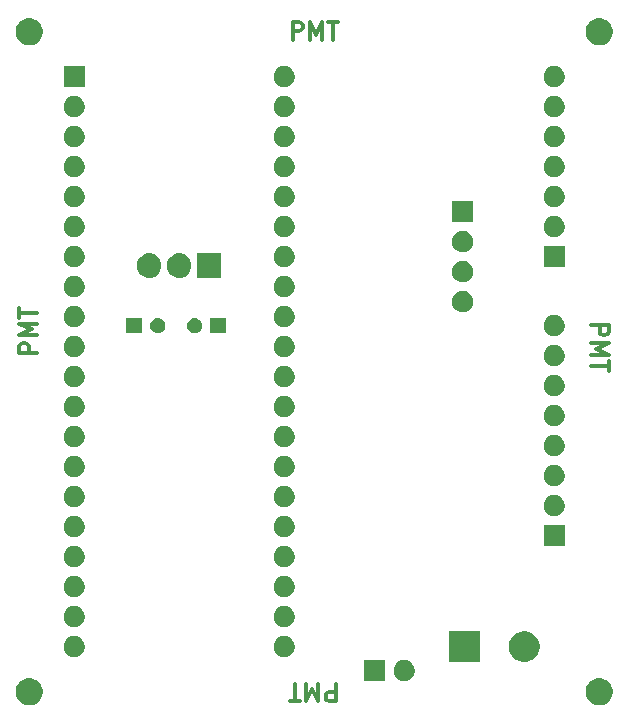
<source format=gts>
G04 #@! TF.GenerationSoftware,KiCad,Pcbnew,(5.1.5)-3*
G04 #@! TF.CreationDate,2020-03-20T23:13:36-05:00*
G04 #@! TF.ProjectId,PMT_PCB,504d545f-5043-4422-9e6b-696361645f70,rev?*
G04 #@! TF.SameCoordinates,Original*
G04 #@! TF.FileFunction,Soldermask,Top*
G04 #@! TF.FilePolarity,Negative*
%FSLAX46Y46*%
G04 Gerber Fmt 4.6, Leading zero omitted, Abs format (unit mm)*
G04 Created by KiCad (PCBNEW (5.1.5)-3) date 2020-03-20 23:13:36*
%MOMM*%
%LPD*%
G04 APERTURE LIST*
%ADD10C,0.300000*%
%ADD11C,0.100000*%
G04 APERTURE END LIST*
D10*
X117518571Y-84371428D02*
X116018571Y-84371428D01*
X116018571Y-83800000D01*
X116090000Y-83657142D01*
X116161428Y-83585714D01*
X116304285Y-83514285D01*
X116518571Y-83514285D01*
X116661428Y-83585714D01*
X116732857Y-83657142D01*
X116804285Y-83800000D01*
X116804285Y-84371428D01*
X117518571Y-82871428D02*
X116018571Y-82871428D01*
X117090000Y-82371428D01*
X116018571Y-81871428D01*
X117518571Y-81871428D01*
X116018571Y-81371428D02*
X116018571Y-80514285D01*
X117518571Y-80942857D02*
X116018571Y-80942857D01*
X142791428Y-112351428D02*
X142791428Y-113851428D01*
X142220000Y-113851428D01*
X142077142Y-113780000D01*
X142005714Y-113708571D01*
X141934285Y-113565714D01*
X141934285Y-113351428D01*
X142005714Y-113208571D01*
X142077142Y-113137142D01*
X142220000Y-113065714D01*
X142791428Y-113065714D01*
X141291428Y-112351428D02*
X141291428Y-113851428D01*
X140791428Y-112780000D01*
X140291428Y-113851428D01*
X140291428Y-112351428D01*
X139791428Y-113851428D02*
X138934285Y-113851428D01*
X139362857Y-112351428D02*
X139362857Y-113851428D01*
X164421428Y-81998571D02*
X165921428Y-81998571D01*
X165921428Y-82570000D01*
X165850000Y-82712857D01*
X165778571Y-82784285D01*
X165635714Y-82855714D01*
X165421428Y-82855714D01*
X165278571Y-82784285D01*
X165207142Y-82712857D01*
X165135714Y-82570000D01*
X165135714Y-81998571D01*
X164421428Y-83498571D02*
X165921428Y-83498571D01*
X164850000Y-83998571D01*
X165921428Y-84498571D01*
X164421428Y-84498571D01*
X165921428Y-84998571D02*
X165921428Y-85855714D01*
X164421428Y-85427142D02*
X165921428Y-85427142D01*
X139148571Y-57828571D02*
X139148571Y-56328571D01*
X139720000Y-56328571D01*
X139862857Y-56400000D01*
X139934285Y-56471428D01*
X140005714Y-56614285D01*
X140005714Y-56828571D01*
X139934285Y-56971428D01*
X139862857Y-57042857D01*
X139720000Y-57114285D01*
X139148571Y-57114285D01*
X140648571Y-57828571D02*
X140648571Y-56328571D01*
X141148571Y-57400000D01*
X141648571Y-56328571D01*
X141648571Y-57828571D01*
X142148571Y-56328571D02*
X143005714Y-56328571D01*
X142577142Y-57828571D02*
X142577142Y-56328571D01*
D11*
G36*
X165324549Y-111901116D02*
G01*
X165435734Y-111923232D01*
X165645203Y-112009997D01*
X165833720Y-112135960D01*
X165994040Y-112296280D01*
X166120003Y-112484797D01*
X166206768Y-112694266D01*
X166251000Y-112916636D01*
X166251000Y-113143364D01*
X166206768Y-113365734D01*
X166120003Y-113575203D01*
X165994040Y-113763720D01*
X165833720Y-113924040D01*
X165645203Y-114050003D01*
X165435734Y-114136768D01*
X165324549Y-114158884D01*
X165213365Y-114181000D01*
X164986635Y-114181000D01*
X164875451Y-114158884D01*
X164764266Y-114136768D01*
X164554797Y-114050003D01*
X164366280Y-113924040D01*
X164205960Y-113763720D01*
X164079997Y-113575203D01*
X163993232Y-113365734D01*
X163949000Y-113143364D01*
X163949000Y-112916636D01*
X163993232Y-112694266D01*
X164079997Y-112484797D01*
X164205960Y-112296280D01*
X164366280Y-112135960D01*
X164554797Y-112009997D01*
X164764266Y-111923232D01*
X164875451Y-111901116D01*
X164986635Y-111879000D01*
X165213365Y-111879000D01*
X165324549Y-111901116D01*
G37*
G36*
X117064549Y-111901116D02*
G01*
X117175734Y-111923232D01*
X117385203Y-112009997D01*
X117573720Y-112135960D01*
X117734040Y-112296280D01*
X117860003Y-112484797D01*
X117946768Y-112694266D01*
X117991000Y-112916636D01*
X117991000Y-113143364D01*
X117946768Y-113365734D01*
X117860003Y-113575203D01*
X117734040Y-113763720D01*
X117573720Y-113924040D01*
X117385203Y-114050003D01*
X117175734Y-114136768D01*
X117064549Y-114158884D01*
X116953365Y-114181000D01*
X116726635Y-114181000D01*
X116615451Y-114158884D01*
X116504266Y-114136768D01*
X116294797Y-114050003D01*
X116106280Y-113924040D01*
X115945960Y-113763720D01*
X115819997Y-113575203D01*
X115733232Y-113365734D01*
X115689000Y-113143364D01*
X115689000Y-112916636D01*
X115733232Y-112694266D01*
X115819997Y-112484797D01*
X115945960Y-112296280D01*
X116106280Y-112135960D01*
X116294797Y-112009997D01*
X116504266Y-111923232D01*
X116615451Y-111901116D01*
X116726635Y-111879000D01*
X116953365Y-111879000D01*
X117064549Y-111901116D01*
G37*
G36*
X148703512Y-110355927D02*
G01*
X148852812Y-110385624D01*
X149016784Y-110453544D01*
X149164354Y-110552147D01*
X149289853Y-110677646D01*
X149388456Y-110825216D01*
X149456376Y-110989188D01*
X149491000Y-111163259D01*
X149491000Y-111340741D01*
X149456376Y-111514812D01*
X149388456Y-111678784D01*
X149289853Y-111826354D01*
X149164354Y-111951853D01*
X149016784Y-112050456D01*
X148852812Y-112118376D01*
X148703512Y-112148073D01*
X148678742Y-112153000D01*
X148501258Y-112153000D01*
X148476488Y-112148073D01*
X148327188Y-112118376D01*
X148163216Y-112050456D01*
X148015646Y-111951853D01*
X147890147Y-111826354D01*
X147791544Y-111678784D01*
X147723624Y-111514812D01*
X147689000Y-111340741D01*
X147689000Y-111163259D01*
X147723624Y-110989188D01*
X147791544Y-110825216D01*
X147890147Y-110677646D01*
X148015646Y-110552147D01*
X148163216Y-110453544D01*
X148327188Y-110385624D01*
X148476488Y-110355927D01*
X148501258Y-110351000D01*
X148678742Y-110351000D01*
X148703512Y-110355927D01*
G37*
G36*
X146951000Y-112153000D02*
G01*
X145149000Y-112153000D01*
X145149000Y-110351000D01*
X146951000Y-110351000D01*
X146951000Y-112153000D01*
G37*
G36*
X154971000Y-110521000D02*
G01*
X152369000Y-110521000D01*
X152369000Y-107919000D01*
X154971000Y-107919000D01*
X154971000Y-110521000D01*
G37*
G36*
X159129487Y-107968996D02*
G01*
X159366253Y-108067068D01*
X159366255Y-108067069D01*
X159579339Y-108209447D01*
X159760553Y-108390661D01*
X159847073Y-108520147D01*
X159902932Y-108603747D01*
X160001004Y-108840513D01*
X160051000Y-109091861D01*
X160051000Y-109348139D01*
X160001004Y-109599487D01*
X159920287Y-109794354D01*
X159902931Y-109836255D01*
X159760553Y-110049339D01*
X159579339Y-110230553D01*
X159366255Y-110372931D01*
X159366254Y-110372932D01*
X159366253Y-110372932D01*
X159129487Y-110471004D01*
X158878139Y-110521000D01*
X158621861Y-110521000D01*
X158370513Y-110471004D01*
X158133747Y-110372932D01*
X158133746Y-110372932D01*
X158133745Y-110372931D01*
X157920661Y-110230553D01*
X157739447Y-110049339D01*
X157597069Y-109836255D01*
X157579713Y-109794354D01*
X157498996Y-109599487D01*
X157449000Y-109348139D01*
X157449000Y-109091861D01*
X157498996Y-108840513D01*
X157597068Y-108603747D01*
X157652928Y-108520147D01*
X157739447Y-108390661D01*
X157920661Y-108209447D01*
X158133745Y-108067069D01*
X158133747Y-108067068D01*
X158370513Y-107968996D01*
X158621861Y-107919000D01*
X158878139Y-107919000D01*
X159129487Y-107968996D01*
G37*
G36*
X120763512Y-108323927D02*
G01*
X120912812Y-108353624D01*
X121076784Y-108421544D01*
X121224354Y-108520147D01*
X121349853Y-108645646D01*
X121448456Y-108793216D01*
X121516376Y-108957188D01*
X121551000Y-109131259D01*
X121551000Y-109308741D01*
X121516376Y-109482812D01*
X121448456Y-109646784D01*
X121349853Y-109794354D01*
X121224354Y-109919853D01*
X121076784Y-110018456D01*
X120912812Y-110086376D01*
X120763512Y-110116073D01*
X120738742Y-110121000D01*
X120561258Y-110121000D01*
X120536488Y-110116073D01*
X120387188Y-110086376D01*
X120223216Y-110018456D01*
X120075646Y-109919853D01*
X119950147Y-109794354D01*
X119851544Y-109646784D01*
X119783624Y-109482812D01*
X119749000Y-109308741D01*
X119749000Y-109131259D01*
X119783624Y-108957188D01*
X119851544Y-108793216D01*
X119950147Y-108645646D01*
X120075646Y-108520147D01*
X120223216Y-108421544D01*
X120387188Y-108353624D01*
X120536488Y-108323927D01*
X120561258Y-108319000D01*
X120738742Y-108319000D01*
X120763512Y-108323927D01*
G37*
G36*
X138543512Y-108323927D02*
G01*
X138692812Y-108353624D01*
X138856784Y-108421544D01*
X139004354Y-108520147D01*
X139129853Y-108645646D01*
X139228456Y-108793216D01*
X139296376Y-108957188D01*
X139331000Y-109131259D01*
X139331000Y-109308741D01*
X139296376Y-109482812D01*
X139228456Y-109646784D01*
X139129853Y-109794354D01*
X139004354Y-109919853D01*
X138856784Y-110018456D01*
X138692812Y-110086376D01*
X138543512Y-110116073D01*
X138518742Y-110121000D01*
X138341258Y-110121000D01*
X138316488Y-110116073D01*
X138167188Y-110086376D01*
X138003216Y-110018456D01*
X137855646Y-109919853D01*
X137730147Y-109794354D01*
X137631544Y-109646784D01*
X137563624Y-109482812D01*
X137529000Y-109308741D01*
X137529000Y-109131259D01*
X137563624Y-108957188D01*
X137631544Y-108793216D01*
X137730147Y-108645646D01*
X137855646Y-108520147D01*
X138003216Y-108421544D01*
X138167188Y-108353624D01*
X138316488Y-108323927D01*
X138341258Y-108319000D01*
X138518742Y-108319000D01*
X138543512Y-108323927D01*
G37*
G36*
X120763512Y-105783927D02*
G01*
X120912812Y-105813624D01*
X121076784Y-105881544D01*
X121224354Y-105980147D01*
X121349853Y-106105646D01*
X121448456Y-106253216D01*
X121516376Y-106417188D01*
X121551000Y-106591259D01*
X121551000Y-106768741D01*
X121516376Y-106942812D01*
X121448456Y-107106784D01*
X121349853Y-107254354D01*
X121224354Y-107379853D01*
X121076784Y-107478456D01*
X120912812Y-107546376D01*
X120763512Y-107576073D01*
X120738742Y-107581000D01*
X120561258Y-107581000D01*
X120536488Y-107576073D01*
X120387188Y-107546376D01*
X120223216Y-107478456D01*
X120075646Y-107379853D01*
X119950147Y-107254354D01*
X119851544Y-107106784D01*
X119783624Y-106942812D01*
X119749000Y-106768741D01*
X119749000Y-106591259D01*
X119783624Y-106417188D01*
X119851544Y-106253216D01*
X119950147Y-106105646D01*
X120075646Y-105980147D01*
X120223216Y-105881544D01*
X120387188Y-105813624D01*
X120536488Y-105783927D01*
X120561258Y-105779000D01*
X120738742Y-105779000D01*
X120763512Y-105783927D01*
G37*
G36*
X138543512Y-105783927D02*
G01*
X138692812Y-105813624D01*
X138856784Y-105881544D01*
X139004354Y-105980147D01*
X139129853Y-106105646D01*
X139228456Y-106253216D01*
X139296376Y-106417188D01*
X139331000Y-106591259D01*
X139331000Y-106768741D01*
X139296376Y-106942812D01*
X139228456Y-107106784D01*
X139129853Y-107254354D01*
X139004354Y-107379853D01*
X138856784Y-107478456D01*
X138692812Y-107546376D01*
X138543512Y-107576073D01*
X138518742Y-107581000D01*
X138341258Y-107581000D01*
X138316488Y-107576073D01*
X138167188Y-107546376D01*
X138003216Y-107478456D01*
X137855646Y-107379853D01*
X137730147Y-107254354D01*
X137631544Y-107106784D01*
X137563624Y-106942812D01*
X137529000Y-106768741D01*
X137529000Y-106591259D01*
X137563624Y-106417188D01*
X137631544Y-106253216D01*
X137730147Y-106105646D01*
X137855646Y-105980147D01*
X138003216Y-105881544D01*
X138167188Y-105813624D01*
X138316488Y-105783927D01*
X138341258Y-105779000D01*
X138518742Y-105779000D01*
X138543512Y-105783927D01*
G37*
G36*
X120763512Y-103243927D02*
G01*
X120912812Y-103273624D01*
X121076784Y-103341544D01*
X121224354Y-103440147D01*
X121349853Y-103565646D01*
X121448456Y-103713216D01*
X121516376Y-103877188D01*
X121551000Y-104051259D01*
X121551000Y-104228741D01*
X121516376Y-104402812D01*
X121448456Y-104566784D01*
X121349853Y-104714354D01*
X121224354Y-104839853D01*
X121076784Y-104938456D01*
X120912812Y-105006376D01*
X120763512Y-105036073D01*
X120738742Y-105041000D01*
X120561258Y-105041000D01*
X120536488Y-105036073D01*
X120387188Y-105006376D01*
X120223216Y-104938456D01*
X120075646Y-104839853D01*
X119950147Y-104714354D01*
X119851544Y-104566784D01*
X119783624Y-104402812D01*
X119749000Y-104228741D01*
X119749000Y-104051259D01*
X119783624Y-103877188D01*
X119851544Y-103713216D01*
X119950147Y-103565646D01*
X120075646Y-103440147D01*
X120223216Y-103341544D01*
X120387188Y-103273624D01*
X120536488Y-103243927D01*
X120561258Y-103239000D01*
X120738742Y-103239000D01*
X120763512Y-103243927D01*
G37*
G36*
X138543512Y-103243927D02*
G01*
X138692812Y-103273624D01*
X138856784Y-103341544D01*
X139004354Y-103440147D01*
X139129853Y-103565646D01*
X139228456Y-103713216D01*
X139296376Y-103877188D01*
X139331000Y-104051259D01*
X139331000Y-104228741D01*
X139296376Y-104402812D01*
X139228456Y-104566784D01*
X139129853Y-104714354D01*
X139004354Y-104839853D01*
X138856784Y-104938456D01*
X138692812Y-105006376D01*
X138543512Y-105036073D01*
X138518742Y-105041000D01*
X138341258Y-105041000D01*
X138316488Y-105036073D01*
X138167188Y-105006376D01*
X138003216Y-104938456D01*
X137855646Y-104839853D01*
X137730147Y-104714354D01*
X137631544Y-104566784D01*
X137563624Y-104402812D01*
X137529000Y-104228741D01*
X137529000Y-104051259D01*
X137563624Y-103877188D01*
X137631544Y-103713216D01*
X137730147Y-103565646D01*
X137855646Y-103440147D01*
X138003216Y-103341544D01*
X138167188Y-103273624D01*
X138316488Y-103243927D01*
X138341258Y-103239000D01*
X138518742Y-103239000D01*
X138543512Y-103243927D01*
G37*
G36*
X120763512Y-100703927D02*
G01*
X120912812Y-100733624D01*
X121076784Y-100801544D01*
X121224354Y-100900147D01*
X121349853Y-101025646D01*
X121448456Y-101173216D01*
X121516376Y-101337188D01*
X121551000Y-101511259D01*
X121551000Y-101688741D01*
X121516376Y-101862812D01*
X121448456Y-102026784D01*
X121349853Y-102174354D01*
X121224354Y-102299853D01*
X121076784Y-102398456D01*
X120912812Y-102466376D01*
X120763512Y-102496073D01*
X120738742Y-102501000D01*
X120561258Y-102501000D01*
X120536488Y-102496073D01*
X120387188Y-102466376D01*
X120223216Y-102398456D01*
X120075646Y-102299853D01*
X119950147Y-102174354D01*
X119851544Y-102026784D01*
X119783624Y-101862812D01*
X119749000Y-101688741D01*
X119749000Y-101511259D01*
X119783624Y-101337188D01*
X119851544Y-101173216D01*
X119950147Y-101025646D01*
X120075646Y-100900147D01*
X120223216Y-100801544D01*
X120387188Y-100733624D01*
X120536488Y-100703927D01*
X120561258Y-100699000D01*
X120738742Y-100699000D01*
X120763512Y-100703927D01*
G37*
G36*
X138543512Y-100703927D02*
G01*
X138692812Y-100733624D01*
X138856784Y-100801544D01*
X139004354Y-100900147D01*
X139129853Y-101025646D01*
X139228456Y-101173216D01*
X139296376Y-101337188D01*
X139331000Y-101511259D01*
X139331000Y-101688741D01*
X139296376Y-101862812D01*
X139228456Y-102026784D01*
X139129853Y-102174354D01*
X139004354Y-102299853D01*
X138856784Y-102398456D01*
X138692812Y-102466376D01*
X138543512Y-102496073D01*
X138518742Y-102501000D01*
X138341258Y-102501000D01*
X138316488Y-102496073D01*
X138167188Y-102466376D01*
X138003216Y-102398456D01*
X137855646Y-102299853D01*
X137730147Y-102174354D01*
X137631544Y-102026784D01*
X137563624Y-101862812D01*
X137529000Y-101688741D01*
X137529000Y-101511259D01*
X137563624Y-101337188D01*
X137631544Y-101173216D01*
X137730147Y-101025646D01*
X137855646Y-100900147D01*
X138003216Y-100801544D01*
X138167188Y-100733624D01*
X138316488Y-100703927D01*
X138341258Y-100699000D01*
X138518742Y-100699000D01*
X138543512Y-100703927D01*
G37*
G36*
X162191000Y-100723000D02*
G01*
X160389000Y-100723000D01*
X160389000Y-98921000D01*
X162191000Y-98921000D01*
X162191000Y-100723000D01*
G37*
G36*
X120763512Y-98163927D02*
G01*
X120912812Y-98193624D01*
X121076784Y-98261544D01*
X121224354Y-98360147D01*
X121349853Y-98485646D01*
X121448456Y-98633216D01*
X121516376Y-98797188D01*
X121551000Y-98971259D01*
X121551000Y-99148741D01*
X121516376Y-99322812D01*
X121448456Y-99486784D01*
X121349853Y-99634354D01*
X121224354Y-99759853D01*
X121076784Y-99858456D01*
X120912812Y-99926376D01*
X120763512Y-99956073D01*
X120738742Y-99961000D01*
X120561258Y-99961000D01*
X120536488Y-99956073D01*
X120387188Y-99926376D01*
X120223216Y-99858456D01*
X120075646Y-99759853D01*
X119950147Y-99634354D01*
X119851544Y-99486784D01*
X119783624Y-99322812D01*
X119749000Y-99148741D01*
X119749000Y-98971259D01*
X119783624Y-98797188D01*
X119851544Y-98633216D01*
X119950147Y-98485646D01*
X120075646Y-98360147D01*
X120223216Y-98261544D01*
X120387188Y-98193624D01*
X120536488Y-98163927D01*
X120561258Y-98159000D01*
X120738742Y-98159000D01*
X120763512Y-98163927D01*
G37*
G36*
X138543512Y-98163927D02*
G01*
X138692812Y-98193624D01*
X138856784Y-98261544D01*
X139004354Y-98360147D01*
X139129853Y-98485646D01*
X139228456Y-98633216D01*
X139296376Y-98797188D01*
X139331000Y-98971259D01*
X139331000Y-99148741D01*
X139296376Y-99322812D01*
X139228456Y-99486784D01*
X139129853Y-99634354D01*
X139004354Y-99759853D01*
X138856784Y-99858456D01*
X138692812Y-99926376D01*
X138543512Y-99956073D01*
X138518742Y-99961000D01*
X138341258Y-99961000D01*
X138316488Y-99956073D01*
X138167188Y-99926376D01*
X138003216Y-99858456D01*
X137855646Y-99759853D01*
X137730147Y-99634354D01*
X137631544Y-99486784D01*
X137563624Y-99322812D01*
X137529000Y-99148741D01*
X137529000Y-98971259D01*
X137563624Y-98797188D01*
X137631544Y-98633216D01*
X137730147Y-98485646D01*
X137855646Y-98360147D01*
X138003216Y-98261544D01*
X138167188Y-98193624D01*
X138316488Y-98163927D01*
X138341258Y-98159000D01*
X138518742Y-98159000D01*
X138543512Y-98163927D01*
G37*
G36*
X161403512Y-96385927D02*
G01*
X161552812Y-96415624D01*
X161716784Y-96483544D01*
X161864354Y-96582147D01*
X161989853Y-96707646D01*
X162088456Y-96855216D01*
X162156376Y-97019188D01*
X162191000Y-97193259D01*
X162191000Y-97370741D01*
X162156376Y-97544812D01*
X162088456Y-97708784D01*
X161989853Y-97856354D01*
X161864354Y-97981853D01*
X161716784Y-98080456D01*
X161552812Y-98148376D01*
X161403512Y-98178073D01*
X161378742Y-98183000D01*
X161201258Y-98183000D01*
X161176488Y-98178073D01*
X161027188Y-98148376D01*
X160863216Y-98080456D01*
X160715646Y-97981853D01*
X160590147Y-97856354D01*
X160491544Y-97708784D01*
X160423624Y-97544812D01*
X160389000Y-97370741D01*
X160389000Y-97193259D01*
X160423624Y-97019188D01*
X160491544Y-96855216D01*
X160590147Y-96707646D01*
X160715646Y-96582147D01*
X160863216Y-96483544D01*
X161027188Y-96415624D01*
X161176488Y-96385927D01*
X161201258Y-96381000D01*
X161378742Y-96381000D01*
X161403512Y-96385927D01*
G37*
G36*
X138543512Y-95623927D02*
G01*
X138692812Y-95653624D01*
X138856784Y-95721544D01*
X139004354Y-95820147D01*
X139129853Y-95945646D01*
X139228456Y-96093216D01*
X139296376Y-96257188D01*
X139331000Y-96431259D01*
X139331000Y-96608741D01*
X139296376Y-96782812D01*
X139228456Y-96946784D01*
X139129853Y-97094354D01*
X139004354Y-97219853D01*
X138856784Y-97318456D01*
X138692812Y-97386376D01*
X138543512Y-97416073D01*
X138518742Y-97421000D01*
X138341258Y-97421000D01*
X138316488Y-97416073D01*
X138167188Y-97386376D01*
X138003216Y-97318456D01*
X137855646Y-97219853D01*
X137730147Y-97094354D01*
X137631544Y-96946784D01*
X137563624Y-96782812D01*
X137529000Y-96608741D01*
X137529000Y-96431259D01*
X137563624Y-96257188D01*
X137631544Y-96093216D01*
X137730147Y-95945646D01*
X137855646Y-95820147D01*
X138003216Y-95721544D01*
X138167188Y-95653624D01*
X138316488Y-95623927D01*
X138341258Y-95619000D01*
X138518742Y-95619000D01*
X138543512Y-95623927D01*
G37*
G36*
X120763512Y-95623927D02*
G01*
X120912812Y-95653624D01*
X121076784Y-95721544D01*
X121224354Y-95820147D01*
X121349853Y-95945646D01*
X121448456Y-96093216D01*
X121516376Y-96257188D01*
X121551000Y-96431259D01*
X121551000Y-96608741D01*
X121516376Y-96782812D01*
X121448456Y-96946784D01*
X121349853Y-97094354D01*
X121224354Y-97219853D01*
X121076784Y-97318456D01*
X120912812Y-97386376D01*
X120763512Y-97416073D01*
X120738742Y-97421000D01*
X120561258Y-97421000D01*
X120536488Y-97416073D01*
X120387188Y-97386376D01*
X120223216Y-97318456D01*
X120075646Y-97219853D01*
X119950147Y-97094354D01*
X119851544Y-96946784D01*
X119783624Y-96782812D01*
X119749000Y-96608741D01*
X119749000Y-96431259D01*
X119783624Y-96257188D01*
X119851544Y-96093216D01*
X119950147Y-95945646D01*
X120075646Y-95820147D01*
X120223216Y-95721544D01*
X120387188Y-95653624D01*
X120536488Y-95623927D01*
X120561258Y-95619000D01*
X120738742Y-95619000D01*
X120763512Y-95623927D01*
G37*
G36*
X161403512Y-93845927D02*
G01*
X161552812Y-93875624D01*
X161716784Y-93943544D01*
X161864354Y-94042147D01*
X161989853Y-94167646D01*
X162088456Y-94315216D01*
X162156376Y-94479188D01*
X162191000Y-94653259D01*
X162191000Y-94830741D01*
X162156376Y-95004812D01*
X162088456Y-95168784D01*
X161989853Y-95316354D01*
X161864354Y-95441853D01*
X161716784Y-95540456D01*
X161552812Y-95608376D01*
X161403512Y-95638073D01*
X161378742Y-95643000D01*
X161201258Y-95643000D01*
X161176488Y-95638073D01*
X161027188Y-95608376D01*
X160863216Y-95540456D01*
X160715646Y-95441853D01*
X160590147Y-95316354D01*
X160491544Y-95168784D01*
X160423624Y-95004812D01*
X160389000Y-94830741D01*
X160389000Y-94653259D01*
X160423624Y-94479188D01*
X160491544Y-94315216D01*
X160590147Y-94167646D01*
X160715646Y-94042147D01*
X160863216Y-93943544D01*
X161027188Y-93875624D01*
X161176488Y-93845927D01*
X161201258Y-93841000D01*
X161378742Y-93841000D01*
X161403512Y-93845927D01*
G37*
G36*
X120763512Y-93083927D02*
G01*
X120912812Y-93113624D01*
X121076784Y-93181544D01*
X121224354Y-93280147D01*
X121349853Y-93405646D01*
X121448456Y-93553216D01*
X121516376Y-93717188D01*
X121551000Y-93891259D01*
X121551000Y-94068741D01*
X121516376Y-94242812D01*
X121448456Y-94406784D01*
X121349853Y-94554354D01*
X121224354Y-94679853D01*
X121076784Y-94778456D01*
X120912812Y-94846376D01*
X120763512Y-94876073D01*
X120738742Y-94881000D01*
X120561258Y-94881000D01*
X120536488Y-94876073D01*
X120387188Y-94846376D01*
X120223216Y-94778456D01*
X120075646Y-94679853D01*
X119950147Y-94554354D01*
X119851544Y-94406784D01*
X119783624Y-94242812D01*
X119749000Y-94068741D01*
X119749000Y-93891259D01*
X119783624Y-93717188D01*
X119851544Y-93553216D01*
X119950147Y-93405646D01*
X120075646Y-93280147D01*
X120223216Y-93181544D01*
X120387188Y-93113624D01*
X120536488Y-93083927D01*
X120561258Y-93079000D01*
X120738742Y-93079000D01*
X120763512Y-93083927D01*
G37*
G36*
X138543512Y-93083927D02*
G01*
X138692812Y-93113624D01*
X138856784Y-93181544D01*
X139004354Y-93280147D01*
X139129853Y-93405646D01*
X139228456Y-93553216D01*
X139296376Y-93717188D01*
X139331000Y-93891259D01*
X139331000Y-94068741D01*
X139296376Y-94242812D01*
X139228456Y-94406784D01*
X139129853Y-94554354D01*
X139004354Y-94679853D01*
X138856784Y-94778456D01*
X138692812Y-94846376D01*
X138543512Y-94876073D01*
X138518742Y-94881000D01*
X138341258Y-94881000D01*
X138316488Y-94876073D01*
X138167188Y-94846376D01*
X138003216Y-94778456D01*
X137855646Y-94679853D01*
X137730147Y-94554354D01*
X137631544Y-94406784D01*
X137563624Y-94242812D01*
X137529000Y-94068741D01*
X137529000Y-93891259D01*
X137563624Y-93717188D01*
X137631544Y-93553216D01*
X137730147Y-93405646D01*
X137855646Y-93280147D01*
X138003216Y-93181544D01*
X138167188Y-93113624D01*
X138316488Y-93083927D01*
X138341258Y-93079000D01*
X138518742Y-93079000D01*
X138543512Y-93083927D01*
G37*
G36*
X161403512Y-91305927D02*
G01*
X161552812Y-91335624D01*
X161716784Y-91403544D01*
X161864354Y-91502147D01*
X161989853Y-91627646D01*
X162088456Y-91775216D01*
X162156376Y-91939188D01*
X162191000Y-92113259D01*
X162191000Y-92290741D01*
X162156376Y-92464812D01*
X162088456Y-92628784D01*
X161989853Y-92776354D01*
X161864354Y-92901853D01*
X161716784Y-93000456D01*
X161552812Y-93068376D01*
X161403512Y-93098073D01*
X161378742Y-93103000D01*
X161201258Y-93103000D01*
X161176488Y-93098073D01*
X161027188Y-93068376D01*
X160863216Y-93000456D01*
X160715646Y-92901853D01*
X160590147Y-92776354D01*
X160491544Y-92628784D01*
X160423624Y-92464812D01*
X160389000Y-92290741D01*
X160389000Y-92113259D01*
X160423624Y-91939188D01*
X160491544Y-91775216D01*
X160590147Y-91627646D01*
X160715646Y-91502147D01*
X160863216Y-91403544D01*
X161027188Y-91335624D01*
X161176488Y-91305927D01*
X161201258Y-91301000D01*
X161378742Y-91301000D01*
X161403512Y-91305927D01*
G37*
G36*
X120763512Y-90543927D02*
G01*
X120912812Y-90573624D01*
X121076784Y-90641544D01*
X121224354Y-90740147D01*
X121349853Y-90865646D01*
X121448456Y-91013216D01*
X121516376Y-91177188D01*
X121551000Y-91351259D01*
X121551000Y-91528741D01*
X121516376Y-91702812D01*
X121448456Y-91866784D01*
X121349853Y-92014354D01*
X121224354Y-92139853D01*
X121076784Y-92238456D01*
X120912812Y-92306376D01*
X120763512Y-92336073D01*
X120738742Y-92341000D01*
X120561258Y-92341000D01*
X120536488Y-92336073D01*
X120387188Y-92306376D01*
X120223216Y-92238456D01*
X120075646Y-92139853D01*
X119950147Y-92014354D01*
X119851544Y-91866784D01*
X119783624Y-91702812D01*
X119749000Y-91528741D01*
X119749000Y-91351259D01*
X119783624Y-91177188D01*
X119851544Y-91013216D01*
X119950147Y-90865646D01*
X120075646Y-90740147D01*
X120223216Y-90641544D01*
X120387188Y-90573624D01*
X120536488Y-90543927D01*
X120561258Y-90539000D01*
X120738742Y-90539000D01*
X120763512Y-90543927D01*
G37*
G36*
X138543512Y-90543927D02*
G01*
X138692812Y-90573624D01*
X138856784Y-90641544D01*
X139004354Y-90740147D01*
X139129853Y-90865646D01*
X139228456Y-91013216D01*
X139296376Y-91177188D01*
X139331000Y-91351259D01*
X139331000Y-91528741D01*
X139296376Y-91702812D01*
X139228456Y-91866784D01*
X139129853Y-92014354D01*
X139004354Y-92139853D01*
X138856784Y-92238456D01*
X138692812Y-92306376D01*
X138543512Y-92336073D01*
X138518742Y-92341000D01*
X138341258Y-92341000D01*
X138316488Y-92336073D01*
X138167188Y-92306376D01*
X138003216Y-92238456D01*
X137855646Y-92139853D01*
X137730147Y-92014354D01*
X137631544Y-91866784D01*
X137563624Y-91702812D01*
X137529000Y-91528741D01*
X137529000Y-91351259D01*
X137563624Y-91177188D01*
X137631544Y-91013216D01*
X137730147Y-90865646D01*
X137855646Y-90740147D01*
X138003216Y-90641544D01*
X138167188Y-90573624D01*
X138316488Y-90543927D01*
X138341258Y-90539000D01*
X138518742Y-90539000D01*
X138543512Y-90543927D01*
G37*
G36*
X161403512Y-88765927D02*
G01*
X161552812Y-88795624D01*
X161716784Y-88863544D01*
X161864354Y-88962147D01*
X161989853Y-89087646D01*
X162088456Y-89235216D01*
X162156376Y-89399188D01*
X162191000Y-89573259D01*
X162191000Y-89750741D01*
X162156376Y-89924812D01*
X162088456Y-90088784D01*
X161989853Y-90236354D01*
X161864354Y-90361853D01*
X161716784Y-90460456D01*
X161552812Y-90528376D01*
X161403512Y-90558073D01*
X161378742Y-90563000D01*
X161201258Y-90563000D01*
X161176488Y-90558073D01*
X161027188Y-90528376D01*
X160863216Y-90460456D01*
X160715646Y-90361853D01*
X160590147Y-90236354D01*
X160491544Y-90088784D01*
X160423624Y-89924812D01*
X160389000Y-89750741D01*
X160389000Y-89573259D01*
X160423624Y-89399188D01*
X160491544Y-89235216D01*
X160590147Y-89087646D01*
X160715646Y-88962147D01*
X160863216Y-88863544D01*
X161027188Y-88795624D01*
X161176488Y-88765927D01*
X161201258Y-88761000D01*
X161378742Y-88761000D01*
X161403512Y-88765927D01*
G37*
G36*
X138543512Y-88003927D02*
G01*
X138692812Y-88033624D01*
X138856784Y-88101544D01*
X139004354Y-88200147D01*
X139129853Y-88325646D01*
X139228456Y-88473216D01*
X139296376Y-88637188D01*
X139331000Y-88811259D01*
X139331000Y-88988741D01*
X139296376Y-89162812D01*
X139228456Y-89326784D01*
X139129853Y-89474354D01*
X139004354Y-89599853D01*
X138856784Y-89698456D01*
X138692812Y-89766376D01*
X138543512Y-89796073D01*
X138518742Y-89801000D01*
X138341258Y-89801000D01*
X138316488Y-89796073D01*
X138167188Y-89766376D01*
X138003216Y-89698456D01*
X137855646Y-89599853D01*
X137730147Y-89474354D01*
X137631544Y-89326784D01*
X137563624Y-89162812D01*
X137529000Y-88988741D01*
X137529000Y-88811259D01*
X137563624Y-88637188D01*
X137631544Y-88473216D01*
X137730147Y-88325646D01*
X137855646Y-88200147D01*
X138003216Y-88101544D01*
X138167188Y-88033624D01*
X138316488Y-88003927D01*
X138341258Y-87999000D01*
X138518742Y-87999000D01*
X138543512Y-88003927D01*
G37*
G36*
X120763512Y-88003927D02*
G01*
X120912812Y-88033624D01*
X121076784Y-88101544D01*
X121224354Y-88200147D01*
X121349853Y-88325646D01*
X121448456Y-88473216D01*
X121516376Y-88637188D01*
X121551000Y-88811259D01*
X121551000Y-88988741D01*
X121516376Y-89162812D01*
X121448456Y-89326784D01*
X121349853Y-89474354D01*
X121224354Y-89599853D01*
X121076784Y-89698456D01*
X120912812Y-89766376D01*
X120763512Y-89796073D01*
X120738742Y-89801000D01*
X120561258Y-89801000D01*
X120536488Y-89796073D01*
X120387188Y-89766376D01*
X120223216Y-89698456D01*
X120075646Y-89599853D01*
X119950147Y-89474354D01*
X119851544Y-89326784D01*
X119783624Y-89162812D01*
X119749000Y-88988741D01*
X119749000Y-88811259D01*
X119783624Y-88637188D01*
X119851544Y-88473216D01*
X119950147Y-88325646D01*
X120075646Y-88200147D01*
X120223216Y-88101544D01*
X120387188Y-88033624D01*
X120536488Y-88003927D01*
X120561258Y-87999000D01*
X120738742Y-87999000D01*
X120763512Y-88003927D01*
G37*
G36*
X161403512Y-86225927D02*
G01*
X161552812Y-86255624D01*
X161716784Y-86323544D01*
X161864354Y-86422147D01*
X161989853Y-86547646D01*
X162088456Y-86695216D01*
X162156376Y-86859188D01*
X162191000Y-87033259D01*
X162191000Y-87210741D01*
X162156376Y-87384812D01*
X162088456Y-87548784D01*
X161989853Y-87696354D01*
X161864354Y-87821853D01*
X161716784Y-87920456D01*
X161552812Y-87988376D01*
X161403512Y-88018073D01*
X161378742Y-88023000D01*
X161201258Y-88023000D01*
X161176488Y-88018073D01*
X161027188Y-87988376D01*
X160863216Y-87920456D01*
X160715646Y-87821853D01*
X160590147Y-87696354D01*
X160491544Y-87548784D01*
X160423624Y-87384812D01*
X160389000Y-87210741D01*
X160389000Y-87033259D01*
X160423624Y-86859188D01*
X160491544Y-86695216D01*
X160590147Y-86547646D01*
X160715646Y-86422147D01*
X160863216Y-86323544D01*
X161027188Y-86255624D01*
X161176488Y-86225927D01*
X161201258Y-86221000D01*
X161378742Y-86221000D01*
X161403512Y-86225927D01*
G37*
G36*
X120763512Y-85463927D02*
G01*
X120912812Y-85493624D01*
X121076784Y-85561544D01*
X121224354Y-85660147D01*
X121349853Y-85785646D01*
X121448456Y-85933216D01*
X121516376Y-86097188D01*
X121551000Y-86271259D01*
X121551000Y-86448741D01*
X121516376Y-86622812D01*
X121448456Y-86786784D01*
X121349853Y-86934354D01*
X121224354Y-87059853D01*
X121076784Y-87158456D01*
X120912812Y-87226376D01*
X120763512Y-87256073D01*
X120738742Y-87261000D01*
X120561258Y-87261000D01*
X120536488Y-87256073D01*
X120387188Y-87226376D01*
X120223216Y-87158456D01*
X120075646Y-87059853D01*
X119950147Y-86934354D01*
X119851544Y-86786784D01*
X119783624Y-86622812D01*
X119749000Y-86448741D01*
X119749000Y-86271259D01*
X119783624Y-86097188D01*
X119851544Y-85933216D01*
X119950147Y-85785646D01*
X120075646Y-85660147D01*
X120223216Y-85561544D01*
X120387188Y-85493624D01*
X120536488Y-85463927D01*
X120561258Y-85459000D01*
X120738742Y-85459000D01*
X120763512Y-85463927D01*
G37*
G36*
X138543512Y-85463927D02*
G01*
X138692812Y-85493624D01*
X138856784Y-85561544D01*
X139004354Y-85660147D01*
X139129853Y-85785646D01*
X139228456Y-85933216D01*
X139296376Y-86097188D01*
X139331000Y-86271259D01*
X139331000Y-86448741D01*
X139296376Y-86622812D01*
X139228456Y-86786784D01*
X139129853Y-86934354D01*
X139004354Y-87059853D01*
X138856784Y-87158456D01*
X138692812Y-87226376D01*
X138543512Y-87256073D01*
X138518742Y-87261000D01*
X138341258Y-87261000D01*
X138316488Y-87256073D01*
X138167188Y-87226376D01*
X138003216Y-87158456D01*
X137855646Y-87059853D01*
X137730147Y-86934354D01*
X137631544Y-86786784D01*
X137563624Y-86622812D01*
X137529000Y-86448741D01*
X137529000Y-86271259D01*
X137563624Y-86097188D01*
X137631544Y-85933216D01*
X137730147Y-85785646D01*
X137855646Y-85660147D01*
X138003216Y-85561544D01*
X138167188Y-85493624D01*
X138316488Y-85463927D01*
X138341258Y-85459000D01*
X138518742Y-85459000D01*
X138543512Y-85463927D01*
G37*
G36*
X161403512Y-83685927D02*
G01*
X161552812Y-83715624D01*
X161716784Y-83783544D01*
X161864354Y-83882147D01*
X161989853Y-84007646D01*
X162088456Y-84155216D01*
X162156376Y-84319188D01*
X162191000Y-84493259D01*
X162191000Y-84670741D01*
X162156376Y-84844812D01*
X162088456Y-85008784D01*
X161989853Y-85156354D01*
X161864354Y-85281853D01*
X161716784Y-85380456D01*
X161552812Y-85448376D01*
X161403512Y-85478073D01*
X161378742Y-85483000D01*
X161201258Y-85483000D01*
X161176488Y-85478073D01*
X161027188Y-85448376D01*
X160863216Y-85380456D01*
X160715646Y-85281853D01*
X160590147Y-85156354D01*
X160491544Y-85008784D01*
X160423624Y-84844812D01*
X160389000Y-84670741D01*
X160389000Y-84493259D01*
X160423624Y-84319188D01*
X160491544Y-84155216D01*
X160590147Y-84007646D01*
X160715646Y-83882147D01*
X160863216Y-83783544D01*
X161027188Y-83715624D01*
X161176488Y-83685927D01*
X161201258Y-83681000D01*
X161378742Y-83681000D01*
X161403512Y-83685927D01*
G37*
G36*
X138543512Y-82923927D02*
G01*
X138692812Y-82953624D01*
X138856784Y-83021544D01*
X139004354Y-83120147D01*
X139129853Y-83245646D01*
X139228456Y-83393216D01*
X139296376Y-83557188D01*
X139331000Y-83731259D01*
X139331000Y-83908741D01*
X139296376Y-84082812D01*
X139228456Y-84246784D01*
X139129853Y-84394354D01*
X139004354Y-84519853D01*
X138856784Y-84618456D01*
X138692812Y-84686376D01*
X138543512Y-84716073D01*
X138518742Y-84721000D01*
X138341258Y-84721000D01*
X138316488Y-84716073D01*
X138167188Y-84686376D01*
X138003216Y-84618456D01*
X137855646Y-84519853D01*
X137730147Y-84394354D01*
X137631544Y-84246784D01*
X137563624Y-84082812D01*
X137529000Y-83908741D01*
X137529000Y-83731259D01*
X137563624Y-83557188D01*
X137631544Y-83393216D01*
X137730147Y-83245646D01*
X137855646Y-83120147D01*
X138003216Y-83021544D01*
X138167188Y-82953624D01*
X138316488Y-82923927D01*
X138341258Y-82919000D01*
X138518742Y-82919000D01*
X138543512Y-82923927D01*
G37*
G36*
X120763512Y-82923927D02*
G01*
X120912812Y-82953624D01*
X121076784Y-83021544D01*
X121224354Y-83120147D01*
X121349853Y-83245646D01*
X121448456Y-83393216D01*
X121516376Y-83557188D01*
X121551000Y-83731259D01*
X121551000Y-83908741D01*
X121516376Y-84082812D01*
X121448456Y-84246784D01*
X121349853Y-84394354D01*
X121224354Y-84519853D01*
X121076784Y-84618456D01*
X120912812Y-84686376D01*
X120763512Y-84716073D01*
X120738742Y-84721000D01*
X120561258Y-84721000D01*
X120536488Y-84716073D01*
X120387188Y-84686376D01*
X120223216Y-84618456D01*
X120075646Y-84519853D01*
X119950147Y-84394354D01*
X119851544Y-84246784D01*
X119783624Y-84082812D01*
X119749000Y-83908741D01*
X119749000Y-83731259D01*
X119783624Y-83557188D01*
X119851544Y-83393216D01*
X119950147Y-83245646D01*
X120075646Y-83120147D01*
X120223216Y-83021544D01*
X120387188Y-82953624D01*
X120536488Y-82923927D01*
X120561258Y-82919000D01*
X120738742Y-82919000D01*
X120763512Y-82923927D01*
G37*
G36*
X161403512Y-81145927D02*
G01*
X161552812Y-81175624D01*
X161716784Y-81243544D01*
X161864354Y-81342147D01*
X161989853Y-81467646D01*
X162088456Y-81615216D01*
X162156376Y-81779188D01*
X162191000Y-81953259D01*
X162191000Y-82130741D01*
X162156376Y-82304812D01*
X162088456Y-82468784D01*
X161989853Y-82616354D01*
X161864354Y-82741853D01*
X161716784Y-82840456D01*
X161552812Y-82908376D01*
X161403512Y-82938073D01*
X161378742Y-82943000D01*
X161201258Y-82943000D01*
X161176488Y-82938073D01*
X161027188Y-82908376D01*
X160863216Y-82840456D01*
X160715646Y-82741853D01*
X160590147Y-82616354D01*
X160491544Y-82468784D01*
X160423624Y-82304812D01*
X160389000Y-82130741D01*
X160389000Y-81953259D01*
X160423624Y-81779188D01*
X160491544Y-81615216D01*
X160590147Y-81467646D01*
X160715646Y-81342147D01*
X160863216Y-81243544D01*
X161027188Y-81175624D01*
X161176488Y-81145927D01*
X161201258Y-81141000D01*
X161378742Y-81141000D01*
X161403512Y-81145927D01*
G37*
G36*
X131031890Y-81416017D02*
G01*
X131150364Y-81465091D01*
X131256988Y-81536335D01*
X131347665Y-81627012D01*
X131400966Y-81706782D01*
X131418910Y-81733638D01*
X131467983Y-81852110D01*
X131493000Y-81977881D01*
X131493000Y-82106119D01*
X131467983Y-82231890D01*
X131437778Y-82304812D01*
X131418909Y-82350364D01*
X131347665Y-82456988D01*
X131256988Y-82547665D01*
X131150364Y-82618909D01*
X131150363Y-82618910D01*
X131150362Y-82618910D01*
X131031890Y-82667983D01*
X130906119Y-82693000D01*
X130777881Y-82693000D01*
X130652110Y-82667983D01*
X130533638Y-82618910D01*
X130533637Y-82618910D01*
X130533636Y-82618909D01*
X130427012Y-82547665D01*
X130336335Y-82456988D01*
X130265091Y-82350364D01*
X130246223Y-82304812D01*
X130216017Y-82231890D01*
X130191000Y-82106119D01*
X130191000Y-81977881D01*
X130216017Y-81852110D01*
X130265090Y-81733638D01*
X130283035Y-81706782D01*
X130336335Y-81627012D01*
X130427012Y-81536335D01*
X130533636Y-81465091D01*
X130652110Y-81416017D01*
X130777881Y-81391000D01*
X130906119Y-81391000D01*
X131031890Y-81416017D01*
G37*
G36*
X126381000Y-82693000D02*
G01*
X125079000Y-82693000D01*
X125079000Y-81391000D01*
X126381000Y-81391000D01*
X126381000Y-82693000D01*
G37*
G36*
X133493000Y-82693000D02*
G01*
X132191000Y-82693000D01*
X132191000Y-81391000D01*
X133493000Y-81391000D01*
X133493000Y-82693000D01*
G37*
G36*
X127919890Y-81416017D02*
G01*
X128038364Y-81465091D01*
X128144988Y-81536335D01*
X128235665Y-81627012D01*
X128288966Y-81706782D01*
X128306910Y-81733638D01*
X128355983Y-81852110D01*
X128381000Y-81977881D01*
X128381000Y-82106119D01*
X128355983Y-82231890D01*
X128325778Y-82304812D01*
X128306909Y-82350364D01*
X128235665Y-82456988D01*
X128144988Y-82547665D01*
X128038364Y-82618909D01*
X128038363Y-82618910D01*
X128038362Y-82618910D01*
X127919890Y-82667983D01*
X127794119Y-82693000D01*
X127665881Y-82693000D01*
X127540110Y-82667983D01*
X127421638Y-82618910D01*
X127421637Y-82618910D01*
X127421636Y-82618909D01*
X127315012Y-82547665D01*
X127224335Y-82456988D01*
X127153091Y-82350364D01*
X127134223Y-82304812D01*
X127104017Y-82231890D01*
X127079000Y-82106119D01*
X127079000Y-81977881D01*
X127104017Y-81852110D01*
X127153090Y-81733638D01*
X127171035Y-81706782D01*
X127224335Y-81627012D01*
X127315012Y-81536335D01*
X127421636Y-81465091D01*
X127540110Y-81416017D01*
X127665881Y-81391000D01*
X127794119Y-81391000D01*
X127919890Y-81416017D01*
G37*
G36*
X120763512Y-80383927D02*
G01*
X120912812Y-80413624D01*
X121076784Y-80481544D01*
X121224354Y-80580147D01*
X121349853Y-80705646D01*
X121448456Y-80853216D01*
X121516376Y-81017188D01*
X121551000Y-81191259D01*
X121551000Y-81368741D01*
X121516376Y-81542812D01*
X121448456Y-81706784D01*
X121349853Y-81854354D01*
X121224354Y-81979853D01*
X121076784Y-82078456D01*
X120912812Y-82146376D01*
X120763512Y-82176073D01*
X120738742Y-82181000D01*
X120561258Y-82181000D01*
X120536488Y-82176073D01*
X120387188Y-82146376D01*
X120223216Y-82078456D01*
X120075646Y-81979853D01*
X119950147Y-81854354D01*
X119851544Y-81706784D01*
X119783624Y-81542812D01*
X119749000Y-81368741D01*
X119749000Y-81191259D01*
X119783624Y-81017188D01*
X119851544Y-80853216D01*
X119950147Y-80705646D01*
X120075646Y-80580147D01*
X120223216Y-80481544D01*
X120387188Y-80413624D01*
X120536488Y-80383927D01*
X120561258Y-80379000D01*
X120738742Y-80379000D01*
X120763512Y-80383927D01*
G37*
G36*
X138543512Y-80383927D02*
G01*
X138692812Y-80413624D01*
X138856784Y-80481544D01*
X139004354Y-80580147D01*
X139129853Y-80705646D01*
X139228456Y-80853216D01*
X139296376Y-81017188D01*
X139331000Y-81191259D01*
X139331000Y-81368741D01*
X139296376Y-81542812D01*
X139228456Y-81706784D01*
X139129853Y-81854354D01*
X139004354Y-81979853D01*
X138856784Y-82078456D01*
X138692812Y-82146376D01*
X138543512Y-82176073D01*
X138518742Y-82181000D01*
X138341258Y-82181000D01*
X138316488Y-82176073D01*
X138167188Y-82146376D01*
X138003216Y-82078456D01*
X137855646Y-81979853D01*
X137730147Y-81854354D01*
X137631544Y-81706784D01*
X137563624Y-81542812D01*
X137529000Y-81368741D01*
X137529000Y-81191259D01*
X137563624Y-81017188D01*
X137631544Y-80853216D01*
X137730147Y-80705646D01*
X137855646Y-80580147D01*
X138003216Y-80481544D01*
X138167188Y-80413624D01*
X138316488Y-80383927D01*
X138341258Y-80379000D01*
X138518742Y-80379000D01*
X138543512Y-80383927D01*
G37*
G36*
X153656512Y-79113927D02*
G01*
X153805812Y-79143624D01*
X153969784Y-79211544D01*
X154117354Y-79310147D01*
X154242853Y-79435646D01*
X154341456Y-79583216D01*
X154409376Y-79747188D01*
X154444000Y-79921259D01*
X154444000Y-80098741D01*
X154409376Y-80272812D01*
X154341456Y-80436784D01*
X154242853Y-80584354D01*
X154117354Y-80709853D01*
X153969784Y-80808456D01*
X153805812Y-80876376D01*
X153656512Y-80906073D01*
X153631742Y-80911000D01*
X153454258Y-80911000D01*
X153429488Y-80906073D01*
X153280188Y-80876376D01*
X153116216Y-80808456D01*
X152968646Y-80709853D01*
X152843147Y-80584354D01*
X152744544Y-80436784D01*
X152676624Y-80272812D01*
X152642000Y-80098741D01*
X152642000Y-79921259D01*
X152676624Y-79747188D01*
X152744544Y-79583216D01*
X152843147Y-79435646D01*
X152968646Y-79310147D01*
X153116216Y-79211544D01*
X153280188Y-79143624D01*
X153429488Y-79113927D01*
X153454258Y-79109000D01*
X153631742Y-79109000D01*
X153656512Y-79113927D01*
G37*
G36*
X120763512Y-77843927D02*
G01*
X120912812Y-77873624D01*
X121076784Y-77941544D01*
X121224354Y-78040147D01*
X121349853Y-78165646D01*
X121448456Y-78313216D01*
X121516376Y-78477188D01*
X121551000Y-78651259D01*
X121551000Y-78828741D01*
X121516376Y-79002812D01*
X121448456Y-79166784D01*
X121349853Y-79314354D01*
X121224354Y-79439853D01*
X121076784Y-79538456D01*
X120912812Y-79606376D01*
X120763512Y-79636073D01*
X120738742Y-79641000D01*
X120561258Y-79641000D01*
X120536488Y-79636073D01*
X120387188Y-79606376D01*
X120223216Y-79538456D01*
X120075646Y-79439853D01*
X119950147Y-79314354D01*
X119851544Y-79166784D01*
X119783624Y-79002812D01*
X119749000Y-78828741D01*
X119749000Y-78651259D01*
X119783624Y-78477188D01*
X119851544Y-78313216D01*
X119950147Y-78165646D01*
X120075646Y-78040147D01*
X120223216Y-77941544D01*
X120387188Y-77873624D01*
X120536488Y-77843927D01*
X120561258Y-77839000D01*
X120738742Y-77839000D01*
X120763512Y-77843927D01*
G37*
G36*
X138543512Y-77843927D02*
G01*
X138692812Y-77873624D01*
X138856784Y-77941544D01*
X139004354Y-78040147D01*
X139129853Y-78165646D01*
X139228456Y-78313216D01*
X139296376Y-78477188D01*
X139331000Y-78651259D01*
X139331000Y-78828741D01*
X139296376Y-79002812D01*
X139228456Y-79166784D01*
X139129853Y-79314354D01*
X139004354Y-79439853D01*
X138856784Y-79538456D01*
X138692812Y-79606376D01*
X138543512Y-79636073D01*
X138518742Y-79641000D01*
X138341258Y-79641000D01*
X138316488Y-79636073D01*
X138167188Y-79606376D01*
X138003216Y-79538456D01*
X137855646Y-79439853D01*
X137730147Y-79314354D01*
X137631544Y-79166784D01*
X137563624Y-79002812D01*
X137529000Y-78828741D01*
X137529000Y-78651259D01*
X137563624Y-78477188D01*
X137631544Y-78313216D01*
X137730147Y-78165646D01*
X137855646Y-78040147D01*
X138003216Y-77941544D01*
X138167188Y-77873624D01*
X138316488Y-77843927D01*
X138341258Y-77839000D01*
X138518742Y-77839000D01*
X138543512Y-77843927D01*
G37*
G36*
X153656512Y-76573927D02*
G01*
X153805812Y-76603624D01*
X153969784Y-76671544D01*
X154117354Y-76770147D01*
X154242853Y-76895646D01*
X154341456Y-77043216D01*
X154409376Y-77207188D01*
X154444000Y-77381259D01*
X154444000Y-77558741D01*
X154409376Y-77732812D01*
X154341456Y-77896784D01*
X154242853Y-78044354D01*
X154117354Y-78169853D01*
X153969784Y-78268456D01*
X153805812Y-78336376D01*
X153656512Y-78366073D01*
X153631742Y-78371000D01*
X153454258Y-78371000D01*
X153429488Y-78366073D01*
X153280188Y-78336376D01*
X153116216Y-78268456D01*
X152968646Y-78169853D01*
X152843147Y-78044354D01*
X152744544Y-77896784D01*
X152676624Y-77732812D01*
X152642000Y-77558741D01*
X152642000Y-77381259D01*
X152676624Y-77207188D01*
X152744544Y-77043216D01*
X152843147Y-76895646D01*
X152968646Y-76770147D01*
X153116216Y-76671544D01*
X153280188Y-76603624D01*
X153429488Y-76573927D01*
X153454258Y-76569000D01*
X153631742Y-76569000D01*
X153656512Y-76573927D01*
G37*
G36*
X127196720Y-75925520D02*
G01*
X127385881Y-75982901D01*
X127560212Y-76076083D01*
X127713015Y-76201485D01*
X127838417Y-76354288D01*
X127882182Y-76436167D01*
X127931598Y-76528617D01*
X127931599Y-76528620D01*
X127988980Y-76717781D01*
X128003500Y-76865207D01*
X128003500Y-77058794D01*
X127988980Y-77206220D01*
X127931599Y-77395381D01*
X127838417Y-77569712D01*
X127713015Y-77722515D01*
X127560212Y-77847917D01*
X127478333Y-77891682D01*
X127385883Y-77941098D01*
X127385880Y-77941099D01*
X127196719Y-77998480D01*
X127000000Y-78017855D01*
X126803280Y-77998480D01*
X126614119Y-77941099D01*
X126439788Y-77847917D01*
X126286985Y-77722515D01*
X126161583Y-77569712D01*
X126117818Y-77487833D01*
X126068402Y-77395383D01*
X126068401Y-77395380D01*
X126011020Y-77206219D01*
X125996500Y-77058793D01*
X125996500Y-76865206D01*
X126011020Y-76717780D01*
X126068401Y-76528619D01*
X126161583Y-76354288D01*
X126286985Y-76201485D01*
X126439788Y-76076083D01*
X126614120Y-75982901D01*
X126803281Y-75925520D01*
X127000000Y-75906145D01*
X127196720Y-75925520D01*
G37*
G36*
X129736720Y-75925520D02*
G01*
X129925881Y-75982901D01*
X130100212Y-76076083D01*
X130253015Y-76201485D01*
X130378417Y-76354288D01*
X130422182Y-76436167D01*
X130471598Y-76528617D01*
X130471599Y-76528620D01*
X130528980Y-76717781D01*
X130543500Y-76865207D01*
X130543500Y-77058794D01*
X130528980Y-77206220D01*
X130471599Y-77395381D01*
X130378417Y-77569712D01*
X130253015Y-77722515D01*
X130100212Y-77847917D01*
X130018333Y-77891682D01*
X129925883Y-77941098D01*
X129925880Y-77941099D01*
X129736719Y-77998480D01*
X129540000Y-78017855D01*
X129343280Y-77998480D01*
X129154119Y-77941099D01*
X128979788Y-77847917D01*
X128826985Y-77722515D01*
X128701583Y-77569712D01*
X128657818Y-77487833D01*
X128608402Y-77395383D01*
X128608401Y-77395380D01*
X128551020Y-77206219D01*
X128536500Y-77058793D01*
X128536500Y-76865206D01*
X128551020Y-76717780D01*
X128608401Y-76528619D01*
X128701583Y-76354288D01*
X128826985Y-76201485D01*
X128979788Y-76076083D01*
X129154120Y-75982901D01*
X129343281Y-75925520D01*
X129540000Y-75906145D01*
X129736720Y-75925520D01*
G37*
G36*
X133083500Y-78013000D02*
G01*
X131076500Y-78013000D01*
X131076500Y-75911000D01*
X133083500Y-75911000D01*
X133083500Y-78013000D01*
G37*
G36*
X162191000Y-77101000D02*
G01*
X160389000Y-77101000D01*
X160389000Y-75299000D01*
X162191000Y-75299000D01*
X162191000Y-77101000D01*
G37*
G36*
X120763512Y-75303927D02*
G01*
X120912812Y-75333624D01*
X121076784Y-75401544D01*
X121224354Y-75500147D01*
X121349853Y-75625646D01*
X121448456Y-75773216D01*
X121516376Y-75937188D01*
X121551000Y-76111259D01*
X121551000Y-76288741D01*
X121516376Y-76462812D01*
X121448456Y-76626784D01*
X121349853Y-76774354D01*
X121224354Y-76899853D01*
X121076784Y-76998456D01*
X120912812Y-77066376D01*
X120763512Y-77096073D01*
X120738742Y-77101000D01*
X120561258Y-77101000D01*
X120536488Y-77096073D01*
X120387188Y-77066376D01*
X120223216Y-76998456D01*
X120075646Y-76899853D01*
X119950147Y-76774354D01*
X119851544Y-76626784D01*
X119783624Y-76462812D01*
X119749000Y-76288741D01*
X119749000Y-76111259D01*
X119783624Y-75937188D01*
X119851544Y-75773216D01*
X119950147Y-75625646D01*
X120075646Y-75500147D01*
X120223216Y-75401544D01*
X120387188Y-75333624D01*
X120536488Y-75303927D01*
X120561258Y-75299000D01*
X120738742Y-75299000D01*
X120763512Y-75303927D01*
G37*
G36*
X138543512Y-75303927D02*
G01*
X138692812Y-75333624D01*
X138856784Y-75401544D01*
X139004354Y-75500147D01*
X139129853Y-75625646D01*
X139228456Y-75773216D01*
X139296376Y-75937188D01*
X139331000Y-76111259D01*
X139331000Y-76288741D01*
X139296376Y-76462812D01*
X139228456Y-76626784D01*
X139129853Y-76774354D01*
X139004354Y-76899853D01*
X138856784Y-76998456D01*
X138692812Y-77066376D01*
X138543512Y-77096073D01*
X138518742Y-77101000D01*
X138341258Y-77101000D01*
X138316488Y-77096073D01*
X138167188Y-77066376D01*
X138003216Y-76998456D01*
X137855646Y-76899853D01*
X137730147Y-76774354D01*
X137631544Y-76626784D01*
X137563624Y-76462812D01*
X137529000Y-76288741D01*
X137529000Y-76111259D01*
X137563624Y-75937188D01*
X137631544Y-75773216D01*
X137730147Y-75625646D01*
X137855646Y-75500147D01*
X138003216Y-75401544D01*
X138167188Y-75333624D01*
X138316488Y-75303927D01*
X138341258Y-75299000D01*
X138518742Y-75299000D01*
X138543512Y-75303927D01*
G37*
G36*
X153656512Y-74033927D02*
G01*
X153805812Y-74063624D01*
X153969784Y-74131544D01*
X154117354Y-74230147D01*
X154242853Y-74355646D01*
X154341456Y-74503216D01*
X154409376Y-74667188D01*
X154444000Y-74841259D01*
X154444000Y-75018741D01*
X154409376Y-75192812D01*
X154341456Y-75356784D01*
X154242853Y-75504354D01*
X154117354Y-75629853D01*
X153969784Y-75728456D01*
X153805812Y-75796376D01*
X153656512Y-75826073D01*
X153631742Y-75831000D01*
X153454258Y-75831000D01*
X153429488Y-75826073D01*
X153280188Y-75796376D01*
X153116216Y-75728456D01*
X152968646Y-75629853D01*
X152843147Y-75504354D01*
X152744544Y-75356784D01*
X152676624Y-75192812D01*
X152642000Y-75018741D01*
X152642000Y-74841259D01*
X152676624Y-74667188D01*
X152744544Y-74503216D01*
X152843147Y-74355646D01*
X152968646Y-74230147D01*
X153116216Y-74131544D01*
X153280188Y-74063624D01*
X153429488Y-74033927D01*
X153454258Y-74029000D01*
X153631742Y-74029000D01*
X153656512Y-74033927D01*
G37*
G36*
X161403512Y-72763927D02*
G01*
X161552812Y-72793624D01*
X161716784Y-72861544D01*
X161864354Y-72960147D01*
X161989853Y-73085646D01*
X162088456Y-73233216D01*
X162156376Y-73397188D01*
X162191000Y-73571259D01*
X162191000Y-73748741D01*
X162156376Y-73922812D01*
X162088456Y-74086784D01*
X161989853Y-74234354D01*
X161864354Y-74359853D01*
X161716784Y-74458456D01*
X161552812Y-74526376D01*
X161403512Y-74556073D01*
X161378742Y-74561000D01*
X161201258Y-74561000D01*
X161176488Y-74556073D01*
X161027188Y-74526376D01*
X160863216Y-74458456D01*
X160715646Y-74359853D01*
X160590147Y-74234354D01*
X160491544Y-74086784D01*
X160423624Y-73922812D01*
X160389000Y-73748741D01*
X160389000Y-73571259D01*
X160423624Y-73397188D01*
X160491544Y-73233216D01*
X160590147Y-73085646D01*
X160715646Y-72960147D01*
X160863216Y-72861544D01*
X161027188Y-72793624D01*
X161176488Y-72763927D01*
X161201258Y-72759000D01*
X161378742Y-72759000D01*
X161403512Y-72763927D01*
G37*
G36*
X138543512Y-72763927D02*
G01*
X138692812Y-72793624D01*
X138856784Y-72861544D01*
X139004354Y-72960147D01*
X139129853Y-73085646D01*
X139228456Y-73233216D01*
X139296376Y-73397188D01*
X139331000Y-73571259D01*
X139331000Y-73748741D01*
X139296376Y-73922812D01*
X139228456Y-74086784D01*
X139129853Y-74234354D01*
X139004354Y-74359853D01*
X138856784Y-74458456D01*
X138692812Y-74526376D01*
X138543512Y-74556073D01*
X138518742Y-74561000D01*
X138341258Y-74561000D01*
X138316488Y-74556073D01*
X138167188Y-74526376D01*
X138003216Y-74458456D01*
X137855646Y-74359853D01*
X137730147Y-74234354D01*
X137631544Y-74086784D01*
X137563624Y-73922812D01*
X137529000Y-73748741D01*
X137529000Y-73571259D01*
X137563624Y-73397188D01*
X137631544Y-73233216D01*
X137730147Y-73085646D01*
X137855646Y-72960147D01*
X138003216Y-72861544D01*
X138167188Y-72793624D01*
X138316488Y-72763927D01*
X138341258Y-72759000D01*
X138518742Y-72759000D01*
X138543512Y-72763927D01*
G37*
G36*
X120763512Y-72763927D02*
G01*
X120912812Y-72793624D01*
X121076784Y-72861544D01*
X121224354Y-72960147D01*
X121349853Y-73085646D01*
X121448456Y-73233216D01*
X121516376Y-73397188D01*
X121551000Y-73571259D01*
X121551000Y-73748741D01*
X121516376Y-73922812D01*
X121448456Y-74086784D01*
X121349853Y-74234354D01*
X121224354Y-74359853D01*
X121076784Y-74458456D01*
X120912812Y-74526376D01*
X120763512Y-74556073D01*
X120738742Y-74561000D01*
X120561258Y-74561000D01*
X120536488Y-74556073D01*
X120387188Y-74526376D01*
X120223216Y-74458456D01*
X120075646Y-74359853D01*
X119950147Y-74234354D01*
X119851544Y-74086784D01*
X119783624Y-73922812D01*
X119749000Y-73748741D01*
X119749000Y-73571259D01*
X119783624Y-73397188D01*
X119851544Y-73233216D01*
X119950147Y-73085646D01*
X120075646Y-72960147D01*
X120223216Y-72861544D01*
X120387188Y-72793624D01*
X120536488Y-72763927D01*
X120561258Y-72759000D01*
X120738742Y-72759000D01*
X120763512Y-72763927D01*
G37*
G36*
X154444000Y-73291000D02*
G01*
X152642000Y-73291000D01*
X152642000Y-71489000D01*
X154444000Y-71489000D01*
X154444000Y-73291000D01*
G37*
G36*
X138543512Y-70223927D02*
G01*
X138692812Y-70253624D01*
X138856784Y-70321544D01*
X139004354Y-70420147D01*
X139129853Y-70545646D01*
X139228456Y-70693216D01*
X139296376Y-70857188D01*
X139331000Y-71031259D01*
X139331000Y-71208741D01*
X139296376Y-71382812D01*
X139228456Y-71546784D01*
X139129853Y-71694354D01*
X139004354Y-71819853D01*
X138856784Y-71918456D01*
X138692812Y-71986376D01*
X138543512Y-72016073D01*
X138518742Y-72021000D01*
X138341258Y-72021000D01*
X138316488Y-72016073D01*
X138167188Y-71986376D01*
X138003216Y-71918456D01*
X137855646Y-71819853D01*
X137730147Y-71694354D01*
X137631544Y-71546784D01*
X137563624Y-71382812D01*
X137529000Y-71208741D01*
X137529000Y-71031259D01*
X137563624Y-70857188D01*
X137631544Y-70693216D01*
X137730147Y-70545646D01*
X137855646Y-70420147D01*
X138003216Y-70321544D01*
X138167188Y-70253624D01*
X138316488Y-70223927D01*
X138341258Y-70219000D01*
X138518742Y-70219000D01*
X138543512Y-70223927D01*
G37*
G36*
X120763512Y-70223927D02*
G01*
X120912812Y-70253624D01*
X121076784Y-70321544D01*
X121224354Y-70420147D01*
X121349853Y-70545646D01*
X121448456Y-70693216D01*
X121516376Y-70857188D01*
X121551000Y-71031259D01*
X121551000Y-71208741D01*
X121516376Y-71382812D01*
X121448456Y-71546784D01*
X121349853Y-71694354D01*
X121224354Y-71819853D01*
X121076784Y-71918456D01*
X120912812Y-71986376D01*
X120763512Y-72016073D01*
X120738742Y-72021000D01*
X120561258Y-72021000D01*
X120536488Y-72016073D01*
X120387188Y-71986376D01*
X120223216Y-71918456D01*
X120075646Y-71819853D01*
X119950147Y-71694354D01*
X119851544Y-71546784D01*
X119783624Y-71382812D01*
X119749000Y-71208741D01*
X119749000Y-71031259D01*
X119783624Y-70857188D01*
X119851544Y-70693216D01*
X119950147Y-70545646D01*
X120075646Y-70420147D01*
X120223216Y-70321544D01*
X120387188Y-70253624D01*
X120536488Y-70223927D01*
X120561258Y-70219000D01*
X120738742Y-70219000D01*
X120763512Y-70223927D01*
G37*
G36*
X161403512Y-70223927D02*
G01*
X161552812Y-70253624D01*
X161716784Y-70321544D01*
X161864354Y-70420147D01*
X161989853Y-70545646D01*
X162088456Y-70693216D01*
X162156376Y-70857188D01*
X162191000Y-71031259D01*
X162191000Y-71208741D01*
X162156376Y-71382812D01*
X162088456Y-71546784D01*
X161989853Y-71694354D01*
X161864354Y-71819853D01*
X161716784Y-71918456D01*
X161552812Y-71986376D01*
X161403512Y-72016073D01*
X161378742Y-72021000D01*
X161201258Y-72021000D01*
X161176488Y-72016073D01*
X161027188Y-71986376D01*
X160863216Y-71918456D01*
X160715646Y-71819853D01*
X160590147Y-71694354D01*
X160491544Y-71546784D01*
X160423624Y-71382812D01*
X160389000Y-71208741D01*
X160389000Y-71031259D01*
X160423624Y-70857188D01*
X160491544Y-70693216D01*
X160590147Y-70545646D01*
X160715646Y-70420147D01*
X160863216Y-70321544D01*
X161027188Y-70253624D01*
X161176488Y-70223927D01*
X161201258Y-70219000D01*
X161378742Y-70219000D01*
X161403512Y-70223927D01*
G37*
G36*
X138543512Y-67683927D02*
G01*
X138692812Y-67713624D01*
X138856784Y-67781544D01*
X139004354Y-67880147D01*
X139129853Y-68005646D01*
X139228456Y-68153216D01*
X139296376Y-68317188D01*
X139331000Y-68491259D01*
X139331000Y-68668741D01*
X139296376Y-68842812D01*
X139228456Y-69006784D01*
X139129853Y-69154354D01*
X139004354Y-69279853D01*
X138856784Y-69378456D01*
X138692812Y-69446376D01*
X138543512Y-69476073D01*
X138518742Y-69481000D01*
X138341258Y-69481000D01*
X138316488Y-69476073D01*
X138167188Y-69446376D01*
X138003216Y-69378456D01*
X137855646Y-69279853D01*
X137730147Y-69154354D01*
X137631544Y-69006784D01*
X137563624Y-68842812D01*
X137529000Y-68668741D01*
X137529000Y-68491259D01*
X137563624Y-68317188D01*
X137631544Y-68153216D01*
X137730147Y-68005646D01*
X137855646Y-67880147D01*
X138003216Y-67781544D01*
X138167188Y-67713624D01*
X138316488Y-67683927D01*
X138341258Y-67679000D01*
X138518742Y-67679000D01*
X138543512Y-67683927D01*
G37*
G36*
X161403512Y-67683927D02*
G01*
X161552812Y-67713624D01*
X161716784Y-67781544D01*
X161864354Y-67880147D01*
X161989853Y-68005646D01*
X162088456Y-68153216D01*
X162156376Y-68317188D01*
X162191000Y-68491259D01*
X162191000Y-68668741D01*
X162156376Y-68842812D01*
X162088456Y-69006784D01*
X161989853Y-69154354D01*
X161864354Y-69279853D01*
X161716784Y-69378456D01*
X161552812Y-69446376D01*
X161403512Y-69476073D01*
X161378742Y-69481000D01*
X161201258Y-69481000D01*
X161176488Y-69476073D01*
X161027188Y-69446376D01*
X160863216Y-69378456D01*
X160715646Y-69279853D01*
X160590147Y-69154354D01*
X160491544Y-69006784D01*
X160423624Y-68842812D01*
X160389000Y-68668741D01*
X160389000Y-68491259D01*
X160423624Y-68317188D01*
X160491544Y-68153216D01*
X160590147Y-68005646D01*
X160715646Y-67880147D01*
X160863216Y-67781544D01*
X161027188Y-67713624D01*
X161176488Y-67683927D01*
X161201258Y-67679000D01*
X161378742Y-67679000D01*
X161403512Y-67683927D01*
G37*
G36*
X120763512Y-67683927D02*
G01*
X120912812Y-67713624D01*
X121076784Y-67781544D01*
X121224354Y-67880147D01*
X121349853Y-68005646D01*
X121448456Y-68153216D01*
X121516376Y-68317188D01*
X121551000Y-68491259D01*
X121551000Y-68668741D01*
X121516376Y-68842812D01*
X121448456Y-69006784D01*
X121349853Y-69154354D01*
X121224354Y-69279853D01*
X121076784Y-69378456D01*
X120912812Y-69446376D01*
X120763512Y-69476073D01*
X120738742Y-69481000D01*
X120561258Y-69481000D01*
X120536488Y-69476073D01*
X120387188Y-69446376D01*
X120223216Y-69378456D01*
X120075646Y-69279853D01*
X119950147Y-69154354D01*
X119851544Y-69006784D01*
X119783624Y-68842812D01*
X119749000Y-68668741D01*
X119749000Y-68491259D01*
X119783624Y-68317188D01*
X119851544Y-68153216D01*
X119950147Y-68005646D01*
X120075646Y-67880147D01*
X120223216Y-67781544D01*
X120387188Y-67713624D01*
X120536488Y-67683927D01*
X120561258Y-67679000D01*
X120738742Y-67679000D01*
X120763512Y-67683927D01*
G37*
G36*
X161403512Y-65143927D02*
G01*
X161552812Y-65173624D01*
X161716784Y-65241544D01*
X161864354Y-65340147D01*
X161989853Y-65465646D01*
X162088456Y-65613216D01*
X162156376Y-65777188D01*
X162191000Y-65951259D01*
X162191000Y-66128741D01*
X162156376Y-66302812D01*
X162088456Y-66466784D01*
X161989853Y-66614354D01*
X161864354Y-66739853D01*
X161716784Y-66838456D01*
X161552812Y-66906376D01*
X161403512Y-66936073D01*
X161378742Y-66941000D01*
X161201258Y-66941000D01*
X161176488Y-66936073D01*
X161027188Y-66906376D01*
X160863216Y-66838456D01*
X160715646Y-66739853D01*
X160590147Y-66614354D01*
X160491544Y-66466784D01*
X160423624Y-66302812D01*
X160389000Y-66128741D01*
X160389000Y-65951259D01*
X160423624Y-65777188D01*
X160491544Y-65613216D01*
X160590147Y-65465646D01*
X160715646Y-65340147D01*
X160863216Y-65241544D01*
X161027188Y-65173624D01*
X161176488Y-65143927D01*
X161201258Y-65139000D01*
X161378742Y-65139000D01*
X161403512Y-65143927D01*
G37*
G36*
X138543512Y-65143927D02*
G01*
X138692812Y-65173624D01*
X138856784Y-65241544D01*
X139004354Y-65340147D01*
X139129853Y-65465646D01*
X139228456Y-65613216D01*
X139296376Y-65777188D01*
X139331000Y-65951259D01*
X139331000Y-66128741D01*
X139296376Y-66302812D01*
X139228456Y-66466784D01*
X139129853Y-66614354D01*
X139004354Y-66739853D01*
X138856784Y-66838456D01*
X138692812Y-66906376D01*
X138543512Y-66936073D01*
X138518742Y-66941000D01*
X138341258Y-66941000D01*
X138316488Y-66936073D01*
X138167188Y-66906376D01*
X138003216Y-66838456D01*
X137855646Y-66739853D01*
X137730147Y-66614354D01*
X137631544Y-66466784D01*
X137563624Y-66302812D01*
X137529000Y-66128741D01*
X137529000Y-65951259D01*
X137563624Y-65777188D01*
X137631544Y-65613216D01*
X137730147Y-65465646D01*
X137855646Y-65340147D01*
X138003216Y-65241544D01*
X138167188Y-65173624D01*
X138316488Y-65143927D01*
X138341258Y-65139000D01*
X138518742Y-65139000D01*
X138543512Y-65143927D01*
G37*
G36*
X120763512Y-65143927D02*
G01*
X120912812Y-65173624D01*
X121076784Y-65241544D01*
X121224354Y-65340147D01*
X121349853Y-65465646D01*
X121448456Y-65613216D01*
X121516376Y-65777188D01*
X121551000Y-65951259D01*
X121551000Y-66128741D01*
X121516376Y-66302812D01*
X121448456Y-66466784D01*
X121349853Y-66614354D01*
X121224354Y-66739853D01*
X121076784Y-66838456D01*
X120912812Y-66906376D01*
X120763512Y-66936073D01*
X120738742Y-66941000D01*
X120561258Y-66941000D01*
X120536488Y-66936073D01*
X120387188Y-66906376D01*
X120223216Y-66838456D01*
X120075646Y-66739853D01*
X119950147Y-66614354D01*
X119851544Y-66466784D01*
X119783624Y-66302812D01*
X119749000Y-66128741D01*
X119749000Y-65951259D01*
X119783624Y-65777188D01*
X119851544Y-65613216D01*
X119950147Y-65465646D01*
X120075646Y-65340147D01*
X120223216Y-65241544D01*
X120387188Y-65173624D01*
X120536488Y-65143927D01*
X120561258Y-65139000D01*
X120738742Y-65139000D01*
X120763512Y-65143927D01*
G37*
G36*
X138543512Y-62603927D02*
G01*
X138692812Y-62633624D01*
X138856784Y-62701544D01*
X139004354Y-62800147D01*
X139129853Y-62925646D01*
X139228456Y-63073216D01*
X139296376Y-63237188D01*
X139331000Y-63411259D01*
X139331000Y-63588741D01*
X139296376Y-63762812D01*
X139228456Y-63926784D01*
X139129853Y-64074354D01*
X139004354Y-64199853D01*
X138856784Y-64298456D01*
X138692812Y-64366376D01*
X138543512Y-64396073D01*
X138518742Y-64401000D01*
X138341258Y-64401000D01*
X138316488Y-64396073D01*
X138167188Y-64366376D01*
X138003216Y-64298456D01*
X137855646Y-64199853D01*
X137730147Y-64074354D01*
X137631544Y-63926784D01*
X137563624Y-63762812D01*
X137529000Y-63588741D01*
X137529000Y-63411259D01*
X137563624Y-63237188D01*
X137631544Y-63073216D01*
X137730147Y-62925646D01*
X137855646Y-62800147D01*
X138003216Y-62701544D01*
X138167188Y-62633624D01*
X138316488Y-62603927D01*
X138341258Y-62599000D01*
X138518742Y-62599000D01*
X138543512Y-62603927D01*
G37*
G36*
X120763512Y-62603927D02*
G01*
X120912812Y-62633624D01*
X121076784Y-62701544D01*
X121224354Y-62800147D01*
X121349853Y-62925646D01*
X121448456Y-63073216D01*
X121516376Y-63237188D01*
X121551000Y-63411259D01*
X121551000Y-63588741D01*
X121516376Y-63762812D01*
X121448456Y-63926784D01*
X121349853Y-64074354D01*
X121224354Y-64199853D01*
X121076784Y-64298456D01*
X120912812Y-64366376D01*
X120763512Y-64396073D01*
X120738742Y-64401000D01*
X120561258Y-64401000D01*
X120536488Y-64396073D01*
X120387188Y-64366376D01*
X120223216Y-64298456D01*
X120075646Y-64199853D01*
X119950147Y-64074354D01*
X119851544Y-63926784D01*
X119783624Y-63762812D01*
X119749000Y-63588741D01*
X119749000Y-63411259D01*
X119783624Y-63237188D01*
X119851544Y-63073216D01*
X119950147Y-62925646D01*
X120075646Y-62800147D01*
X120223216Y-62701544D01*
X120387188Y-62633624D01*
X120536488Y-62603927D01*
X120561258Y-62599000D01*
X120738742Y-62599000D01*
X120763512Y-62603927D01*
G37*
G36*
X161403512Y-62603927D02*
G01*
X161552812Y-62633624D01*
X161716784Y-62701544D01*
X161864354Y-62800147D01*
X161989853Y-62925646D01*
X162088456Y-63073216D01*
X162156376Y-63237188D01*
X162191000Y-63411259D01*
X162191000Y-63588741D01*
X162156376Y-63762812D01*
X162088456Y-63926784D01*
X161989853Y-64074354D01*
X161864354Y-64199853D01*
X161716784Y-64298456D01*
X161552812Y-64366376D01*
X161403512Y-64396073D01*
X161378742Y-64401000D01*
X161201258Y-64401000D01*
X161176488Y-64396073D01*
X161027188Y-64366376D01*
X160863216Y-64298456D01*
X160715646Y-64199853D01*
X160590147Y-64074354D01*
X160491544Y-63926784D01*
X160423624Y-63762812D01*
X160389000Y-63588741D01*
X160389000Y-63411259D01*
X160423624Y-63237188D01*
X160491544Y-63073216D01*
X160590147Y-62925646D01*
X160715646Y-62800147D01*
X160863216Y-62701544D01*
X161027188Y-62633624D01*
X161176488Y-62603927D01*
X161201258Y-62599000D01*
X161378742Y-62599000D01*
X161403512Y-62603927D01*
G37*
G36*
X138543512Y-60063927D02*
G01*
X138692812Y-60093624D01*
X138856784Y-60161544D01*
X139004354Y-60260147D01*
X139129853Y-60385646D01*
X139228456Y-60533216D01*
X139296376Y-60697188D01*
X139331000Y-60871259D01*
X139331000Y-61048741D01*
X139296376Y-61222812D01*
X139228456Y-61386784D01*
X139129853Y-61534354D01*
X139004354Y-61659853D01*
X138856784Y-61758456D01*
X138692812Y-61826376D01*
X138543512Y-61856073D01*
X138518742Y-61861000D01*
X138341258Y-61861000D01*
X138316488Y-61856073D01*
X138167188Y-61826376D01*
X138003216Y-61758456D01*
X137855646Y-61659853D01*
X137730147Y-61534354D01*
X137631544Y-61386784D01*
X137563624Y-61222812D01*
X137529000Y-61048741D01*
X137529000Y-60871259D01*
X137563624Y-60697188D01*
X137631544Y-60533216D01*
X137730147Y-60385646D01*
X137855646Y-60260147D01*
X138003216Y-60161544D01*
X138167188Y-60093624D01*
X138316488Y-60063927D01*
X138341258Y-60059000D01*
X138518742Y-60059000D01*
X138543512Y-60063927D01*
G37*
G36*
X121551000Y-61861000D02*
G01*
X119749000Y-61861000D01*
X119749000Y-60059000D01*
X121551000Y-60059000D01*
X121551000Y-61861000D01*
G37*
G36*
X161403512Y-60063927D02*
G01*
X161552812Y-60093624D01*
X161716784Y-60161544D01*
X161864354Y-60260147D01*
X161989853Y-60385646D01*
X162088456Y-60533216D01*
X162156376Y-60697188D01*
X162191000Y-60871259D01*
X162191000Y-61048741D01*
X162156376Y-61222812D01*
X162088456Y-61386784D01*
X161989853Y-61534354D01*
X161864354Y-61659853D01*
X161716784Y-61758456D01*
X161552812Y-61826376D01*
X161403512Y-61856073D01*
X161378742Y-61861000D01*
X161201258Y-61861000D01*
X161176488Y-61856073D01*
X161027188Y-61826376D01*
X160863216Y-61758456D01*
X160715646Y-61659853D01*
X160590147Y-61534354D01*
X160491544Y-61386784D01*
X160423624Y-61222812D01*
X160389000Y-61048741D01*
X160389000Y-60871259D01*
X160423624Y-60697188D01*
X160491544Y-60533216D01*
X160590147Y-60385646D01*
X160715646Y-60260147D01*
X160863216Y-60161544D01*
X161027188Y-60093624D01*
X161176488Y-60063927D01*
X161201258Y-60059000D01*
X161378742Y-60059000D01*
X161403512Y-60063927D01*
G37*
G36*
X165324549Y-56021116D02*
G01*
X165435734Y-56043232D01*
X165645203Y-56129997D01*
X165833720Y-56255960D01*
X165994040Y-56416280D01*
X166120003Y-56604797D01*
X166206768Y-56814266D01*
X166251000Y-57036636D01*
X166251000Y-57263364D01*
X166206768Y-57485734D01*
X166120003Y-57695203D01*
X165994040Y-57883720D01*
X165833720Y-58044040D01*
X165645203Y-58170003D01*
X165435734Y-58256768D01*
X165324549Y-58278884D01*
X165213365Y-58301000D01*
X164986635Y-58301000D01*
X164875451Y-58278884D01*
X164764266Y-58256768D01*
X164554797Y-58170003D01*
X164366280Y-58044040D01*
X164205960Y-57883720D01*
X164079997Y-57695203D01*
X163993232Y-57485734D01*
X163949000Y-57263364D01*
X163949000Y-57036636D01*
X163993232Y-56814266D01*
X164079997Y-56604797D01*
X164205960Y-56416280D01*
X164366280Y-56255960D01*
X164554797Y-56129997D01*
X164764266Y-56043232D01*
X164875451Y-56021116D01*
X164986635Y-55999000D01*
X165213365Y-55999000D01*
X165324549Y-56021116D01*
G37*
G36*
X117064549Y-56021116D02*
G01*
X117175734Y-56043232D01*
X117385203Y-56129997D01*
X117573720Y-56255960D01*
X117734040Y-56416280D01*
X117860003Y-56604797D01*
X117946768Y-56814266D01*
X117991000Y-57036636D01*
X117991000Y-57263364D01*
X117946768Y-57485734D01*
X117860003Y-57695203D01*
X117734040Y-57883720D01*
X117573720Y-58044040D01*
X117385203Y-58170003D01*
X117175734Y-58256768D01*
X117064549Y-58278884D01*
X116953365Y-58301000D01*
X116726635Y-58301000D01*
X116615451Y-58278884D01*
X116504266Y-58256768D01*
X116294797Y-58170003D01*
X116106280Y-58044040D01*
X115945960Y-57883720D01*
X115819997Y-57695203D01*
X115733232Y-57485734D01*
X115689000Y-57263364D01*
X115689000Y-57036636D01*
X115733232Y-56814266D01*
X115819997Y-56604797D01*
X115945960Y-56416280D01*
X116106280Y-56255960D01*
X116294797Y-56129997D01*
X116504266Y-56043232D01*
X116615451Y-56021116D01*
X116726635Y-55999000D01*
X116953365Y-55999000D01*
X117064549Y-56021116D01*
G37*
M02*

</source>
